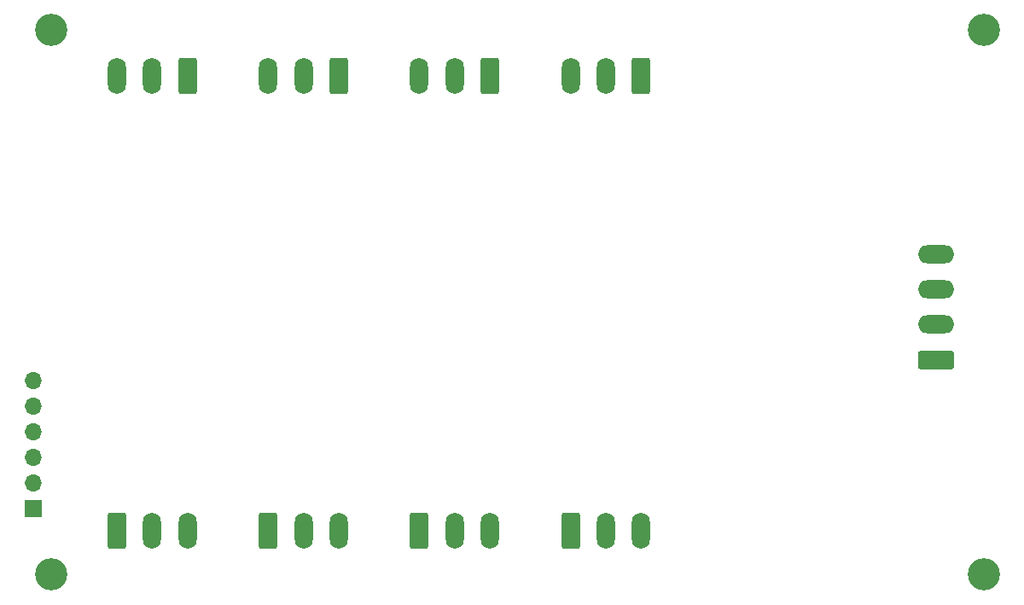
<source format=gbr>
%TF.GenerationSoftware,KiCad,Pcbnew,8.0.2*%
%TF.CreationDate,2024-10-12T15:12:06+02:00*%
%TF.ProjectId,OSSD-8A,4f535344-2d38-4412-9e6b-696361645f70,rev?*%
%TF.SameCoordinates,Original*%
%TF.FileFunction,Soldermask,Bot*%
%TF.FilePolarity,Negative*%
%FSLAX46Y46*%
G04 Gerber Fmt 4.6, Leading zero omitted, Abs format (unit mm)*
G04 Created by KiCad (PCBNEW 8.0.2) date 2024-10-12 15:12:06*
%MOMM*%
%LPD*%
G01*
G04 APERTURE LIST*
G04 Aperture macros list*
%AMRoundRect*
0 Rectangle with rounded corners*
0 $1 Rounding radius*
0 $2 $3 $4 $5 $6 $7 $8 $9 X,Y pos of 4 corners*
0 Add a 4 corners polygon primitive as box body*
4,1,4,$2,$3,$4,$5,$6,$7,$8,$9,$2,$3,0*
0 Add four circle primitives for the rounded corners*
1,1,$1+$1,$2,$3*
1,1,$1+$1,$4,$5*
1,1,$1+$1,$6,$7*
1,1,$1+$1,$8,$9*
0 Add four rect primitives between the rounded corners*
20,1,$1+$1,$2,$3,$4,$5,0*
20,1,$1+$1,$4,$5,$6,$7,0*
20,1,$1+$1,$6,$7,$8,$9,0*
20,1,$1+$1,$8,$9,$2,$3,0*%
G04 Aperture macros list end*
%ADD10RoundRect,0.250000X0.650000X1.550000X-0.650000X1.550000X-0.650000X-1.550000X0.650000X-1.550000X0*%
%ADD11O,1.800000X3.600000*%
%ADD12R,1.700000X1.700000*%
%ADD13O,1.700000X1.700000*%
%ADD14C,3.200000*%
%ADD15RoundRect,0.250000X-0.650000X-1.550000X0.650000X-1.550000X0.650000X1.550000X-0.650000X1.550000X0*%
%ADD16RoundRect,0.250000X1.550000X-0.650000X1.550000X0.650000X-1.550000X0.650000X-1.550000X-0.650000X0*%
%ADD17O,3.600000X1.800000*%
G04 APERTURE END LIST*
D10*
%TO.C,J61*%
X120500000Y-25000000D03*
D11*
X117000000Y-25000000D03*
X113500000Y-25000000D03*
%TD*%
D12*
%TO.C,J3*%
X90170000Y-67945000D03*
D13*
X90170000Y-65405000D03*
X90170000Y-62865000D03*
X90170000Y-60325000D03*
X90170000Y-57785000D03*
X90170000Y-55245000D03*
%TD*%
D14*
%TO.C,REF\u002A\u002A*%
X184500000Y-20500000D03*
%TD*%
%TO.C,REF\u002A\u002A*%
X92000000Y-20500000D03*
%TD*%
D15*
%TO.C,J21*%
X128500000Y-70192500D03*
D11*
X132000000Y-70192500D03*
X135500000Y-70192500D03*
%TD*%
D15*
%TO.C,J11*%
X143500000Y-70192500D03*
D11*
X147000000Y-70192500D03*
X150500000Y-70192500D03*
%TD*%
D14*
%TO.C,REF\u002A\u002A*%
X92000000Y-74500000D03*
%TD*%
D15*
%TO.C,J41*%
X98500000Y-70192500D03*
D11*
X102000000Y-70192500D03*
X105500000Y-70192500D03*
%TD*%
D16*
%TO.C,J62*%
X179820500Y-53201000D03*
D17*
X179820500Y-49701000D03*
X179820500Y-46201000D03*
X179820500Y-42701000D03*
%TD*%
D10*
%TO.C,J81*%
X150500000Y-25000000D03*
D11*
X147000000Y-25000000D03*
X143500000Y-25000000D03*
%TD*%
D10*
%TO.C,J71*%
X135500000Y-25000000D03*
D11*
X132000000Y-25000000D03*
X128500000Y-25000000D03*
%TD*%
D14*
%TO.C,REF\u002A\u002A*%
X184500000Y-74500000D03*
%TD*%
D10*
%TO.C,J51*%
X105500000Y-25000000D03*
D11*
X102000000Y-25000000D03*
X98500000Y-25000000D03*
%TD*%
D15*
%TO.C,J31*%
X113500000Y-70192500D03*
D11*
X117000000Y-70192500D03*
X120500000Y-70192500D03*
%TD*%
M02*

</source>
